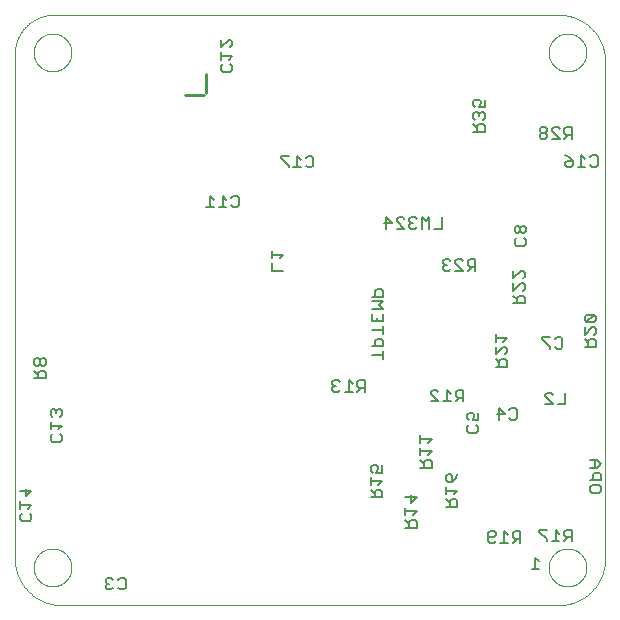
<source format=gbo>
G75*
%MOIN*%
%OFA0B0*%
%FSLAX25Y25*%
%IPPOS*%
%LPD*%
%AMOC8*
5,1,8,0,0,1.08239X$1,22.5*
%
%ADD10C,0.00000*%
%ADD11C,0.01000*%
%ADD12C,0.00700*%
D10*
X0007977Y0017548D02*
X0007977Y0185550D01*
X0014277Y0186052D02*
X0014279Y0186210D01*
X0014285Y0186368D01*
X0014295Y0186526D01*
X0014309Y0186684D01*
X0014327Y0186841D01*
X0014348Y0186998D01*
X0014374Y0187154D01*
X0014404Y0187310D01*
X0014437Y0187465D01*
X0014475Y0187618D01*
X0014516Y0187771D01*
X0014561Y0187923D01*
X0014610Y0188074D01*
X0014663Y0188223D01*
X0014719Y0188371D01*
X0014779Y0188517D01*
X0014843Y0188662D01*
X0014911Y0188805D01*
X0014982Y0188947D01*
X0015056Y0189087D01*
X0015134Y0189224D01*
X0015216Y0189360D01*
X0015300Y0189494D01*
X0015389Y0189625D01*
X0015480Y0189754D01*
X0015575Y0189881D01*
X0015672Y0190006D01*
X0015773Y0190128D01*
X0015877Y0190247D01*
X0015984Y0190364D01*
X0016094Y0190478D01*
X0016207Y0190589D01*
X0016322Y0190698D01*
X0016440Y0190803D01*
X0016561Y0190905D01*
X0016684Y0191005D01*
X0016810Y0191101D01*
X0016938Y0191194D01*
X0017068Y0191284D01*
X0017201Y0191370D01*
X0017336Y0191454D01*
X0017472Y0191533D01*
X0017611Y0191610D01*
X0017752Y0191682D01*
X0017894Y0191752D01*
X0018038Y0191817D01*
X0018184Y0191879D01*
X0018331Y0191937D01*
X0018480Y0191992D01*
X0018630Y0192043D01*
X0018781Y0192090D01*
X0018933Y0192133D01*
X0019086Y0192172D01*
X0019241Y0192208D01*
X0019396Y0192239D01*
X0019552Y0192267D01*
X0019708Y0192291D01*
X0019865Y0192311D01*
X0020023Y0192327D01*
X0020180Y0192339D01*
X0020339Y0192347D01*
X0020497Y0192351D01*
X0020655Y0192351D01*
X0020813Y0192347D01*
X0020972Y0192339D01*
X0021129Y0192327D01*
X0021287Y0192311D01*
X0021444Y0192291D01*
X0021600Y0192267D01*
X0021756Y0192239D01*
X0021911Y0192208D01*
X0022066Y0192172D01*
X0022219Y0192133D01*
X0022371Y0192090D01*
X0022522Y0192043D01*
X0022672Y0191992D01*
X0022821Y0191937D01*
X0022968Y0191879D01*
X0023114Y0191817D01*
X0023258Y0191752D01*
X0023400Y0191682D01*
X0023541Y0191610D01*
X0023680Y0191533D01*
X0023816Y0191454D01*
X0023951Y0191370D01*
X0024084Y0191284D01*
X0024214Y0191194D01*
X0024342Y0191101D01*
X0024468Y0191005D01*
X0024591Y0190905D01*
X0024712Y0190803D01*
X0024830Y0190698D01*
X0024945Y0190589D01*
X0025058Y0190478D01*
X0025168Y0190364D01*
X0025275Y0190247D01*
X0025379Y0190128D01*
X0025480Y0190006D01*
X0025577Y0189881D01*
X0025672Y0189754D01*
X0025763Y0189625D01*
X0025852Y0189494D01*
X0025936Y0189360D01*
X0026018Y0189224D01*
X0026096Y0189087D01*
X0026170Y0188947D01*
X0026241Y0188805D01*
X0026309Y0188662D01*
X0026373Y0188517D01*
X0026433Y0188371D01*
X0026489Y0188223D01*
X0026542Y0188074D01*
X0026591Y0187923D01*
X0026636Y0187771D01*
X0026677Y0187618D01*
X0026715Y0187465D01*
X0026748Y0187310D01*
X0026778Y0187154D01*
X0026804Y0186998D01*
X0026825Y0186841D01*
X0026843Y0186684D01*
X0026857Y0186526D01*
X0026867Y0186368D01*
X0026873Y0186210D01*
X0026875Y0186052D01*
X0026873Y0185894D01*
X0026867Y0185736D01*
X0026857Y0185578D01*
X0026843Y0185420D01*
X0026825Y0185263D01*
X0026804Y0185106D01*
X0026778Y0184950D01*
X0026748Y0184794D01*
X0026715Y0184639D01*
X0026677Y0184486D01*
X0026636Y0184333D01*
X0026591Y0184181D01*
X0026542Y0184030D01*
X0026489Y0183881D01*
X0026433Y0183733D01*
X0026373Y0183587D01*
X0026309Y0183442D01*
X0026241Y0183299D01*
X0026170Y0183157D01*
X0026096Y0183017D01*
X0026018Y0182880D01*
X0025936Y0182744D01*
X0025852Y0182610D01*
X0025763Y0182479D01*
X0025672Y0182350D01*
X0025577Y0182223D01*
X0025480Y0182098D01*
X0025379Y0181976D01*
X0025275Y0181857D01*
X0025168Y0181740D01*
X0025058Y0181626D01*
X0024945Y0181515D01*
X0024830Y0181406D01*
X0024712Y0181301D01*
X0024591Y0181199D01*
X0024468Y0181099D01*
X0024342Y0181003D01*
X0024214Y0180910D01*
X0024084Y0180820D01*
X0023951Y0180734D01*
X0023816Y0180650D01*
X0023680Y0180571D01*
X0023541Y0180494D01*
X0023400Y0180422D01*
X0023258Y0180352D01*
X0023114Y0180287D01*
X0022968Y0180225D01*
X0022821Y0180167D01*
X0022672Y0180112D01*
X0022522Y0180061D01*
X0022371Y0180014D01*
X0022219Y0179971D01*
X0022066Y0179932D01*
X0021911Y0179896D01*
X0021756Y0179865D01*
X0021600Y0179837D01*
X0021444Y0179813D01*
X0021287Y0179793D01*
X0021129Y0179777D01*
X0020972Y0179765D01*
X0020813Y0179757D01*
X0020655Y0179753D01*
X0020497Y0179753D01*
X0020339Y0179757D01*
X0020180Y0179765D01*
X0020023Y0179777D01*
X0019865Y0179793D01*
X0019708Y0179813D01*
X0019552Y0179837D01*
X0019396Y0179865D01*
X0019241Y0179896D01*
X0019086Y0179932D01*
X0018933Y0179971D01*
X0018781Y0180014D01*
X0018630Y0180061D01*
X0018480Y0180112D01*
X0018331Y0180167D01*
X0018184Y0180225D01*
X0018038Y0180287D01*
X0017894Y0180352D01*
X0017752Y0180422D01*
X0017611Y0180494D01*
X0017472Y0180571D01*
X0017336Y0180650D01*
X0017201Y0180734D01*
X0017068Y0180820D01*
X0016938Y0180910D01*
X0016810Y0181003D01*
X0016684Y0181099D01*
X0016561Y0181199D01*
X0016440Y0181301D01*
X0016322Y0181406D01*
X0016207Y0181515D01*
X0016094Y0181626D01*
X0015984Y0181740D01*
X0015877Y0181857D01*
X0015773Y0181976D01*
X0015672Y0182098D01*
X0015575Y0182223D01*
X0015480Y0182350D01*
X0015389Y0182479D01*
X0015300Y0182610D01*
X0015216Y0182744D01*
X0015134Y0182880D01*
X0015056Y0183017D01*
X0014982Y0183157D01*
X0014911Y0183299D01*
X0014843Y0183442D01*
X0014779Y0183587D01*
X0014719Y0183733D01*
X0014663Y0183881D01*
X0014610Y0184030D01*
X0014561Y0184181D01*
X0014516Y0184333D01*
X0014475Y0184486D01*
X0014437Y0184639D01*
X0014404Y0184794D01*
X0014374Y0184950D01*
X0014348Y0185106D01*
X0014327Y0185263D01*
X0014309Y0185420D01*
X0014295Y0185578D01*
X0014285Y0185736D01*
X0014279Y0185894D01*
X0014277Y0186052D01*
X0007978Y0185550D02*
X0007982Y0185867D01*
X0007993Y0186183D01*
X0008012Y0186499D01*
X0008039Y0186814D01*
X0008074Y0187129D01*
X0008115Y0187443D01*
X0008165Y0187755D01*
X0008222Y0188067D01*
X0008287Y0188377D01*
X0008359Y0188685D01*
X0008438Y0188991D01*
X0008525Y0189296D01*
X0008619Y0189598D01*
X0008721Y0189898D01*
X0008829Y0190195D01*
X0008945Y0190490D01*
X0009068Y0190782D01*
X0009198Y0191070D01*
X0009335Y0191356D01*
X0009479Y0191638D01*
X0009629Y0191916D01*
X0009786Y0192191D01*
X0009950Y0192462D01*
X0010120Y0192729D01*
X0010297Y0192992D01*
X0010480Y0193250D01*
X0010669Y0193504D01*
X0010864Y0193753D01*
X0011065Y0193997D01*
X0011273Y0194237D01*
X0011485Y0194471D01*
X0011704Y0194700D01*
X0011928Y0194924D01*
X0012157Y0195143D01*
X0012391Y0195355D01*
X0012631Y0195563D01*
X0012875Y0195764D01*
X0013124Y0195959D01*
X0013378Y0196148D01*
X0013636Y0196331D01*
X0013899Y0196508D01*
X0014166Y0196678D01*
X0014437Y0196842D01*
X0014712Y0196999D01*
X0014990Y0197149D01*
X0015272Y0197293D01*
X0015558Y0197430D01*
X0015846Y0197560D01*
X0016138Y0197683D01*
X0016433Y0197799D01*
X0016730Y0197907D01*
X0017030Y0198009D01*
X0017332Y0198103D01*
X0017637Y0198190D01*
X0017943Y0198269D01*
X0018251Y0198341D01*
X0018561Y0198406D01*
X0018873Y0198463D01*
X0019185Y0198513D01*
X0019499Y0198554D01*
X0019814Y0198589D01*
X0020129Y0198616D01*
X0020445Y0198635D01*
X0020761Y0198646D01*
X0021078Y0198650D01*
X0189080Y0198650D01*
X0185930Y0186052D02*
X0185932Y0186210D01*
X0185938Y0186368D01*
X0185948Y0186526D01*
X0185962Y0186684D01*
X0185980Y0186841D01*
X0186001Y0186998D01*
X0186027Y0187154D01*
X0186057Y0187310D01*
X0186090Y0187465D01*
X0186128Y0187618D01*
X0186169Y0187771D01*
X0186214Y0187923D01*
X0186263Y0188074D01*
X0186316Y0188223D01*
X0186372Y0188371D01*
X0186432Y0188517D01*
X0186496Y0188662D01*
X0186564Y0188805D01*
X0186635Y0188947D01*
X0186709Y0189087D01*
X0186787Y0189224D01*
X0186869Y0189360D01*
X0186953Y0189494D01*
X0187042Y0189625D01*
X0187133Y0189754D01*
X0187228Y0189881D01*
X0187325Y0190006D01*
X0187426Y0190128D01*
X0187530Y0190247D01*
X0187637Y0190364D01*
X0187747Y0190478D01*
X0187860Y0190589D01*
X0187975Y0190698D01*
X0188093Y0190803D01*
X0188214Y0190905D01*
X0188337Y0191005D01*
X0188463Y0191101D01*
X0188591Y0191194D01*
X0188721Y0191284D01*
X0188854Y0191370D01*
X0188989Y0191454D01*
X0189125Y0191533D01*
X0189264Y0191610D01*
X0189405Y0191682D01*
X0189547Y0191752D01*
X0189691Y0191817D01*
X0189837Y0191879D01*
X0189984Y0191937D01*
X0190133Y0191992D01*
X0190283Y0192043D01*
X0190434Y0192090D01*
X0190586Y0192133D01*
X0190739Y0192172D01*
X0190894Y0192208D01*
X0191049Y0192239D01*
X0191205Y0192267D01*
X0191361Y0192291D01*
X0191518Y0192311D01*
X0191676Y0192327D01*
X0191833Y0192339D01*
X0191992Y0192347D01*
X0192150Y0192351D01*
X0192308Y0192351D01*
X0192466Y0192347D01*
X0192625Y0192339D01*
X0192782Y0192327D01*
X0192940Y0192311D01*
X0193097Y0192291D01*
X0193253Y0192267D01*
X0193409Y0192239D01*
X0193564Y0192208D01*
X0193719Y0192172D01*
X0193872Y0192133D01*
X0194024Y0192090D01*
X0194175Y0192043D01*
X0194325Y0191992D01*
X0194474Y0191937D01*
X0194621Y0191879D01*
X0194767Y0191817D01*
X0194911Y0191752D01*
X0195053Y0191682D01*
X0195194Y0191610D01*
X0195333Y0191533D01*
X0195469Y0191454D01*
X0195604Y0191370D01*
X0195737Y0191284D01*
X0195867Y0191194D01*
X0195995Y0191101D01*
X0196121Y0191005D01*
X0196244Y0190905D01*
X0196365Y0190803D01*
X0196483Y0190698D01*
X0196598Y0190589D01*
X0196711Y0190478D01*
X0196821Y0190364D01*
X0196928Y0190247D01*
X0197032Y0190128D01*
X0197133Y0190006D01*
X0197230Y0189881D01*
X0197325Y0189754D01*
X0197416Y0189625D01*
X0197505Y0189494D01*
X0197589Y0189360D01*
X0197671Y0189224D01*
X0197749Y0189087D01*
X0197823Y0188947D01*
X0197894Y0188805D01*
X0197962Y0188662D01*
X0198026Y0188517D01*
X0198086Y0188371D01*
X0198142Y0188223D01*
X0198195Y0188074D01*
X0198244Y0187923D01*
X0198289Y0187771D01*
X0198330Y0187618D01*
X0198368Y0187465D01*
X0198401Y0187310D01*
X0198431Y0187154D01*
X0198457Y0186998D01*
X0198478Y0186841D01*
X0198496Y0186684D01*
X0198510Y0186526D01*
X0198520Y0186368D01*
X0198526Y0186210D01*
X0198528Y0186052D01*
X0198526Y0185894D01*
X0198520Y0185736D01*
X0198510Y0185578D01*
X0198496Y0185420D01*
X0198478Y0185263D01*
X0198457Y0185106D01*
X0198431Y0184950D01*
X0198401Y0184794D01*
X0198368Y0184639D01*
X0198330Y0184486D01*
X0198289Y0184333D01*
X0198244Y0184181D01*
X0198195Y0184030D01*
X0198142Y0183881D01*
X0198086Y0183733D01*
X0198026Y0183587D01*
X0197962Y0183442D01*
X0197894Y0183299D01*
X0197823Y0183157D01*
X0197749Y0183017D01*
X0197671Y0182880D01*
X0197589Y0182744D01*
X0197505Y0182610D01*
X0197416Y0182479D01*
X0197325Y0182350D01*
X0197230Y0182223D01*
X0197133Y0182098D01*
X0197032Y0181976D01*
X0196928Y0181857D01*
X0196821Y0181740D01*
X0196711Y0181626D01*
X0196598Y0181515D01*
X0196483Y0181406D01*
X0196365Y0181301D01*
X0196244Y0181199D01*
X0196121Y0181099D01*
X0195995Y0181003D01*
X0195867Y0180910D01*
X0195737Y0180820D01*
X0195604Y0180734D01*
X0195469Y0180650D01*
X0195333Y0180571D01*
X0195194Y0180494D01*
X0195053Y0180422D01*
X0194911Y0180352D01*
X0194767Y0180287D01*
X0194621Y0180225D01*
X0194474Y0180167D01*
X0194325Y0180112D01*
X0194175Y0180061D01*
X0194024Y0180014D01*
X0193872Y0179971D01*
X0193719Y0179932D01*
X0193564Y0179896D01*
X0193409Y0179865D01*
X0193253Y0179837D01*
X0193097Y0179813D01*
X0192940Y0179793D01*
X0192782Y0179777D01*
X0192625Y0179765D01*
X0192466Y0179757D01*
X0192308Y0179753D01*
X0192150Y0179753D01*
X0191992Y0179757D01*
X0191833Y0179765D01*
X0191676Y0179777D01*
X0191518Y0179793D01*
X0191361Y0179813D01*
X0191205Y0179837D01*
X0191049Y0179865D01*
X0190894Y0179896D01*
X0190739Y0179932D01*
X0190586Y0179971D01*
X0190434Y0180014D01*
X0190283Y0180061D01*
X0190133Y0180112D01*
X0189984Y0180167D01*
X0189837Y0180225D01*
X0189691Y0180287D01*
X0189547Y0180352D01*
X0189405Y0180422D01*
X0189264Y0180494D01*
X0189125Y0180571D01*
X0188989Y0180650D01*
X0188854Y0180734D01*
X0188721Y0180820D01*
X0188591Y0180910D01*
X0188463Y0181003D01*
X0188337Y0181099D01*
X0188214Y0181199D01*
X0188093Y0181301D01*
X0187975Y0181406D01*
X0187860Y0181515D01*
X0187747Y0181626D01*
X0187637Y0181740D01*
X0187530Y0181857D01*
X0187426Y0181976D01*
X0187325Y0182098D01*
X0187228Y0182223D01*
X0187133Y0182350D01*
X0187042Y0182479D01*
X0186953Y0182610D01*
X0186869Y0182744D01*
X0186787Y0182880D01*
X0186709Y0183017D01*
X0186635Y0183157D01*
X0186564Y0183299D01*
X0186496Y0183442D01*
X0186432Y0183587D01*
X0186372Y0183733D01*
X0186316Y0183881D01*
X0186263Y0184030D01*
X0186214Y0184181D01*
X0186169Y0184333D01*
X0186128Y0184486D01*
X0186090Y0184639D01*
X0186057Y0184794D01*
X0186027Y0184950D01*
X0186001Y0185106D01*
X0185980Y0185263D01*
X0185962Y0185420D01*
X0185948Y0185578D01*
X0185938Y0185736D01*
X0185932Y0185894D01*
X0185930Y0186052D01*
X0189080Y0198650D02*
X0189461Y0198645D01*
X0189841Y0198632D01*
X0190221Y0198609D01*
X0190600Y0198576D01*
X0190978Y0198535D01*
X0191355Y0198485D01*
X0191731Y0198425D01*
X0192106Y0198357D01*
X0192478Y0198279D01*
X0192849Y0198192D01*
X0193217Y0198097D01*
X0193583Y0197992D01*
X0193946Y0197879D01*
X0194307Y0197757D01*
X0194664Y0197627D01*
X0195018Y0197487D01*
X0195369Y0197340D01*
X0195716Y0197183D01*
X0196059Y0197019D01*
X0196398Y0196846D01*
X0196733Y0196665D01*
X0197064Y0196476D01*
X0197389Y0196279D01*
X0197710Y0196075D01*
X0198026Y0195862D01*
X0198336Y0195642D01*
X0198642Y0195415D01*
X0198941Y0195180D01*
X0199235Y0194938D01*
X0199523Y0194690D01*
X0199805Y0194434D01*
X0200080Y0194171D01*
X0200349Y0193902D01*
X0200612Y0193627D01*
X0200868Y0193345D01*
X0201116Y0193057D01*
X0201358Y0192763D01*
X0201593Y0192464D01*
X0201820Y0192158D01*
X0202040Y0191848D01*
X0202253Y0191532D01*
X0202457Y0191211D01*
X0202654Y0190886D01*
X0202843Y0190555D01*
X0203024Y0190220D01*
X0203197Y0189881D01*
X0203361Y0189538D01*
X0203518Y0189191D01*
X0203665Y0188840D01*
X0203805Y0188486D01*
X0203935Y0188129D01*
X0204057Y0187768D01*
X0204170Y0187405D01*
X0204275Y0187039D01*
X0204370Y0186671D01*
X0204457Y0186300D01*
X0204535Y0185928D01*
X0204603Y0185553D01*
X0204663Y0185177D01*
X0204713Y0184800D01*
X0204754Y0184422D01*
X0204787Y0184043D01*
X0204810Y0183663D01*
X0204823Y0183283D01*
X0204828Y0182902D01*
X0204828Y0017548D01*
X0185930Y0014398D02*
X0185932Y0014556D01*
X0185938Y0014714D01*
X0185948Y0014872D01*
X0185962Y0015030D01*
X0185980Y0015187D01*
X0186001Y0015344D01*
X0186027Y0015500D01*
X0186057Y0015656D01*
X0186090Y0015811D01*
X0186128Y0015964D01*
X0186169Y0016117D01*
X0186214Y0016269D01*
X0186263Y0016420D01*
X0186316Y0016569D01*
X0186372Y0016717D01*
X0186432Y0016863D01*
X0186496Y0017008D01*
X0186564Y0017151D01*
X0186635Y0017293D01*
X0186709Y0017433D01*
X0186787Y0017570D01*
X0186869Y0017706D01*
X0186953Y0017840D01*
X0187042Y0017971D01*
X0187133Y0018100D01*
X0187228Y0018227D01*
X0187325Y0018352D01*
X0187426Y0018474D01*
X0187530Y0018593D01*
X0187637Y0018710D01*
X0187747Y0018824D01*
X0187860Y0018935D01*
X0187975Y0019044D01*
X0188093Y0019149D01*
X0188214Y0019251D01*
X0188337Y0019351D01*
X0188463Y0019447D01*
X0188591Y0019540D01*
X0188721Y0019630D01*
X0188854Y0019716D01*
X0188989Y0019800D01*
X0189125Y0019879D01*
X0189264Y0019956D01*
X0189405Y0020028D01*
X0189547Y0020098D01*
X0189691Y0020163D01*
X0189837Y0020225D01*
X0189984Y0020283D01*
X0190133Y0020338D01*
X0190283Y0020389D01*
X0190434Y0020436D01*
X0190586Y0020479D01*
X0190739Y0020518D01*
X0190894Y0020554D01*
X0191049Y0020585D01*
X0191205Y0020613D01*
X0191361Y0020637D01*
X0191518Y0020657D01*
X0191676Y0020673D01*
X0191833Y0020685D01*
X0191992Y0020693D01*
X0192150Y0020697D01*
X0192308Y0020697D01*
X0192466Y0020693D01*
X0192625Y0020685D01*
X0192782Y0020673D01*
X0192940Y0020657D01*
X0193097Y0020637D01*
X0193253Y0020613D01*
X0193409Y0020585D01*
X0193564Y0020554D01*
X0193719Y0020518D01*
X0193872Y0020479D01*
X0194024Y0020436D01*
X0194175Y0020389D01*
X0194325Y0020338D01*
X0194474Y0020283D01*
X0194621Y0020225D01*
X0194767Y0020163D01*
X0194911Y0020098D01*
X0195053Y0020028D01*
X0195194Y0019956D01*
X0195333Y0019879D01*
X0195469Y0019800D01*
X0195604Y0019716D01*
X0195737Y0019630D01*
X0195867Y0019540D01*
X0195995Y0019447D01*
X0196121Y0019351D01*
X0196244Y0019251D01*
X0196365Y0019149D01*
X0196483Y0019044D01*
X0196598Y0018935D01*
X0196711Y0018824D01*
X0196821Y0018710D01*
X0196928Y0018593D01*
X0197032Y0018474D01*
X0197133Y0018352D01*
X0197230Y0018227D01*
X0197325Y0018100D01*
X0197416Y0017971D01*
X0197505Y0017840D01*
X0197589Y0017706D01*
X0197671Y0017570D01*
X0197749Y0017433D01*
X0197823Y0017293D01*
X0197894Y0017151D01*
X0197962Y0017008D01*
X0198026Y0016863D01*
X0198086Y0016717D01*
X0198142Y0016569D01*
X0198195Y0016420D01*
X0198244Y0016269D01*
X0198289Y0016117D01*
X0198330Y0015964D01*
X0198368Y0015811D01*
X0198401Y0015656D01*
X0198431Y0015500D01*
X0198457Y0015344D01*
X0198478Y0015187D01*
X0198496Y0015030D01*
X0198510Y0014872D01*
X0198520Y0014714D01*
X0198526Y0014556D01*
X0198528Y0014398D01*
X0198526Y0014240D01*
X0198520Y0014082D01*
X0198510Y0013924D01*
X0198496Y0013766D01*
X0198478Y0013609D01*
X0198457Y0013452D01*
X0198431Y0013296D01*
X0198401Y0013140D01*
X0198368Y0012985D01*
X0198330Y0012832D01*
X0198289Y0012679D01*
X0198244Y0012527D01*
X0198195Y0012376D01*
X0198142Y0012227D01*
X0198086Y0012079D01*
X0198026Y0011933D01*
X0197962Y0011788D01*
X0197894Y0011645D01*
X0197823Y0011503D01*
X0197749Y0011363D01*
X0197671Y0011226D01*
X0197589Y0011090D01*
X0197505Y0010956D01*
X0197416Y0010825D01*
X0197325Y0010696D01*
X0197230Y0010569D01*
X0197133Y0010444D01*
X0197032Y0010322D01*
X0196928Y0010203D01*
X0196821Y0010086D01*
X0196711Y0009972D01*
X0196598Y0009861D01*
X0196483Y0009752D01*
X0196365Y0009647D01*
X0196244Y0009545D01*
X0196121Y0009445D01*
X0195995Y0009349D01*
X0195867Y0009256D01*
X0195737Y0009166D01*
X0195604Y0009080D01*
X0195469Y0008996D01*
X0195333Y0008917D01*
X0195194Y0008840D01*
X0195053Y0008768D01*
X0194911Y0008698D01*
X0194767Y0008633D01*
X0194621Y0008571D01*
X0194474Y0008513D01*
X0194325Y0008458D01*
X0194175Y0008407D01*
X0194024Y0008360D01*
X0193872Y0008317D01*
X0193719Y0008278D01*
X0193564Y0008242D01*
X0193409Y0008211D01*
X0193253Y0008183D01*
X0193097Y0008159D01*
X0192940Y0008139D01*
X0192782Y0008123D01*
X0192625Y0008111D01*
X0192466Y0008103D01*
X0192308Y0008099D01*
X0192150Y0008099D01*
X0191992Y0008103D01*
X0191833Y0008111D01*
X0191676Y0008123D01*
X0191518Y0008139D01*
X0191361Y0008159D01*
X0191205Y0008183D01*
X0191049Y0008211D01*
X0190894Y0008242D01*
X0190739Y0008278D01*
X0190586Y0008317D01*
X0190434Y0008360D01*
X0190283Y0008407D01*
X0190133Y0008458D01*
X0189984Y0008513D01*
X0189837Y0008571D01*
X0189691Y0008633D01*
X0189547Y0008698D01*
X0189405Y0008768D01*
X0189264Y0008840D01*
X0189125Y0008917D01*
X0188989Y0008996D01*
X0188854Y0009080D01*
X0188721Y0009166D01*
X0188591Y0009256D01*
X0188463Y0009349D01*
X0188337Y0009445D01*
X0188214Y0009545D01*
X0188093Y0009647D01*
X0187975Y0009752D01*
X0187860Y0009861D01*
X0187747Y0009972D01*
X0187637Y0010086D01*
X0187530Y0010203D01*
X0187426Y0010322D01*
X0187325Y0010444D01*
X0187228Y0010569D01*
X0187133Y0010696D01*
X0187042Y0010825D01*
X0186953Y0010956D01*
X0186869Y0011090D01*
X0186787Y0011226D01*
X0186709Y0011363D01*
X0186635Y0011503D01*
X0186564Y0011645D01*
X0186496Y0011788D01*
X0186432Y0011933D01*
X0186372Y0012079D01*
X0186316Y0012227D01*
X0186263Y0012376D01*
X0186214Y0012527D01*
X0186169Y0012679D01*
X0186128Y0012832D01*
X0186090Y0012985D01*
X0186057Y0013140D01*
X0186027Y0013296D01*
X0186001Y0013452D01*
X0185980Y0013609D01*
X0185962Y0013766D01*
X0185948Y0013924D01*
X0185938Y0014082D01*
X0185932Y0014240D01*
X0185930Y0014398D01*
X0189080Y0001800D02*
X0189461Y0001805D01*
X0189841Y0001818D01*
X0190221Y0001841D01*
X0190600Y0001874D01*
X0190978Y0001915D01*
X0191355Y0001965D01*
X0191731Y0002025D01*
X0192106Y0002093D01*
X0192478Y0002171D01*
X0192849Y0002258D01*
X0193217Y0002353D01*
X0193583Y0002458D01*
X0193946Y0002571D01*
X0194307Y0002693D01*
X0194664Y0002823D01*
X0195018Y0002963D01*
X0195369Y0003110D01*
X0195716Y0003267D01*
X0196059Y0003431D01*
X0196398Y0003604D01*
X0196733Y0003785D01*
X0197064Y0003974D01*
X0197389Y0004171D01*
X0197710Y0004375D01*
X0198026Y0004588D01*
X0198336Y0004808D01*
X0198642Y0005035D01*
X0198941Y0005270D01*
X0199235Y0005512D01*
X0199523Y0005760D01*
X0199805Y0006016D01*
X0200080Y0006279D01*
X0200349Y0006548D01*
X0200612Y0006823D01*
X0200868Y0007105D01*
X0201116Y0007393D01*
X0201358Y0007687D01*
X0201593Y0007986D01*
X0201820Y0008292D01*
X0202040Y0008602D01*
X0202253Y0008918D01*
X0202457Y0009239D01*
X0202654Y0009564D01*
X0202843Y0009895D01*
X0203024Y0010230D01*
X0203197Y0010569D01*
X0203361Y0010912D01*
X0203518Y0011259D01*
X0203665Y0011610D01*
X0203805Y0011964D01*
X0203935Y0012321D01*
X0204057Y0012682D01*
X0204170Y0013045D01*
X0204275Y0013411D01*
X0204370Y0013779D01*
X0204457Y0014150D01*
X0204535Y0014522D01*
X0204603Y0014897D01*
X0204663Y0015273D01*
X0204713Y0015650D01*
X0204754Y0016028D01*
X0204787Y0016407D01*
X0204810Y0016787D01*
X0204823Y0017167D01*
X0204828Y0017548D01*
X0189080Y0001800D02*
X0023725Y0001800D01*
X0014277Y0014398D02*
X0014279Y0014556D01*
X0014285Y0014714D01*
X0014295Y0014872D01*
X0014309Y0015030D01*
X0014327Y0015187D01*
X0014348Y0015344D01*
X0014374Y0015500D01*
X0014404Y0015656D01*
X0014437Y0015811D01*
X0014475Y0015964D01*
X0014516Y0016117D01*
X0014561Y0016269D01*
X0014610Y0016420D01*
X0014663Y0016569D01*
X0014719Y0016717D01*
X0014779Y0016863D01*
X0014843Y0017008D01*
X0014911Y0017151D01*
X0014982Y0017293D01*
X0015056Y0017433D01*
X0015134Y0017570D01*
X0015216Y0017706D01*
X0015300Y0017840D01*
X0015389Y0017971D01*
X0015480Y0018100D01*
X0015575Y0018227D01*
X0015672Y0018352D01*
X0015773Y0018474D01*
X0015877Y0018593D01*
X0015984Y0018710D01*
X0016094Y0018824D01*
X0016207Y0018935D01*
X0016322Y0019044D01*
X0016440Y0019149D01*
X0016561Y0019251D01*
X0016684Y0019351D01*
X0016810Y0019447D01*
X0016938Y0019540D01*
X0017068Y0019630D01*
X0017201Y0019716D01*
X0017336Y0019800D01*
X0017472Y0019879D01*
X0017611Y0019956D01*
X0017752Y0020028D01*
X0017894Y0020098D01*
X0018038Y0020163D01*
X0018184Y0020225D01*
X0018331Y0020283D01*
X0018480Y0020338D01*
X0018630Y0020389D01*
X0018781Y0020436D01*
X0018933Y0020479D01*
X0019086Y0020518D01*
X0019241Y0020554D01*
X0019396Y0020585D01*
X0019552Y0020613D01*
X0019708Y0020637D01*
X0019865Y0020657D01*
X0020023Y0020673D01*
X0020180Y0020685D01*
X0020339Y0020693D01*
X0020497Y0020697D01*
X0020655Y0020697D01*
X0020813Y0020693D01*
X0020972Y0020685D01*
X0021129Y0020673D01*
X0021287Y0020657D01*
X0021444Y0020637D01*
X0021600Y0020613D01*
X0021756Y0020585D01*
X0021911Y0020554D01*
X0022066Y0020518D01*
X0022219Y0020479D01*
X0022371Y0020436D01*
X0022522Y0020389D01*
X0022672Y0020338D01*
X0022821Y0020283D01*
X0022968Y0020225D01*
X0023114Y0020163D01*
X0023258Y0020098D01*
X0023400Y0020028D01*
X0023541Y0019956D01*
X0023680Y0019879D01*
X0023816Y0019800D01*
X0023951Y0019716D01*
X0024084Y0019630D01*
X0024214Y0019540D01*
X0024342Y0019447D01*
X0024468Y0019351D01*
X0024591Y0019251D01*
X0024712Y0019149D01*
X0024830Y0019044D01*
X0024945Y0018935D01*
X0025058Y0018824D01*
X0025168Y0018710D01*
X0025275Y0018593D01*
X0025379Y0018474D01*
X0025480Y0018352D01*
X0025577Y0018227D01*
X0025672Y0018100D01*
X0025763Y0017971D01*
X0025852Y0017840D01*
X0025936Y0017706D01*
X0026018Y0017570D01*
X0026096Y0017433D01*
X0026170Y0017293D01*
X0026241Y0017151D01*
X0026309Y0017008D01*
X0026373Y0016863D01*
X0026433Y0016717D01*
X0026489Y0016569D01*
X0026542Y0016420D01*
X0026591Y0016269D01*
X0026636Y0016117D01*
X0026677Y0015964D01*
X0026715Y0015811D01*
X0026748Y0015656D01*
X0026778Y0015500D01*
X0026804Y0015344D01*
X0026825Y0015187D01*
X0026843Y0015030D01*
X0026857Y0014872D01*
X0026867Y0014714D01*
X0026873Y0014556D01*
X0026875Y0014398D01*
X0026873Y0014240D01*
X0026867Y0014082D01*
X0026857Y0013924D01*
X0026843Y0013766D01*
X0026825Y0013609D01*
X0026804Y0013452D01*
X0026778Y0013296D01*
X0026748Y0013140D01*
X0026715Y0012985D01*
X0026677Y0012832D01*
X0026636Y0012679D01*
X0026591Y0012527D01*
X0026542Y0012376D01*
X0026489Y0012227D01*
X0026433Y0012079D01*
X0026373Y0011933D01*
X0026309Y0011788D01*
X0026241Y0011645D01*
X0026170Y0011503D01*
X0026096Y0011363D01*
X0026018Y0011226D01*
X0025936Y0011090D01*
X0025852Y0010956D01*
X0025763Y0010825D01*
X0025672Y0010696D01*
X0025577Y0010569D01*
X0025480Y0010444D01*
X0025379Y0010322D01*
X0025275Y0010203D01*
X0025168Y0010086D01*
X0025058Y0009972D01*
X0024945Y0009861D01*
X0024830Y0009752D01*
X0024712Y0009647D01*
X0024591Y0009545D01*
X0024468Y0009445D01*
X0024342Y0009349D01*
X0024214Y0009256D01*
X0024084Y0009166D01*
X0023951Y0009080D01*
X0023816Y0008996D01*
X0023680Y0008917D01*
X0023541Y0008840D01*
X0023400Y0008768D01*
X0023258Y0008698D01*
X0023114Y0008633D01*
X0022968Y0008571D01*
X0022821Y0008513D01*
X0022672Y0008458D01*
X0022522Y0008407D01*
X0022371Y0008360D01*
X0022219Y0008317D01*
X0022066Y0008278D01*
X0021911Y0008242D01*
X0021756Y0008211D01*
X0021600Y0008183D01*
X0021444Y0008159D01*
X0021287Y0008139D01*
X0021129Y0008123D01*
X0020972Y0008111D01*
X0020813Y0008103D01*
X0020655Y0008099D01*
X0020497Y0008099D01*
X0020339Y0008103D01*
X0020180Y0008111D01*
X0020023Y0008123D01*
X0019865Y0008139D01*
X0019708Y0008159D01*
X0019552Y0008183D01*
X0019396Y0008211D01*
X0019241Y0008242D01*
X0019086Y0008278D01*
X0018933Y0008317D01*
X0018781Y0008360D01*
X0018630Y0008407D01*
X0018480Y0008458D01*
X0018331Y0008513D01*
X0018184Y0008571D01*
X0018038Y0008633D01*
X0017894Y0008698D01*
X0017752Y0008768D01*
X0017611Y0008840D01*
X0017472Y0008917D01*
X0017336Y0008996D01*
X0017201Y0009080D01*
X0017068Y0009166D01*
X0016938Y0009256D01*
X0016810Y0009349D01*
X0016684Y0009445D01*
X0016561Y0009545D01*
X0016440Y0009647D01*
X0016322Y0009752D01*
X0016207Y0009861D01*
X0016094Y0009972D01*
X0015984Y0010086D01*
X0015877Y0010203D01*
X0015773Y0010322D01*
X0015672Y0010444D01*
X0015575Y0010569D01*
X0015480Y0010696D01*
X0015389Y0010825D01*
X0015300Y0010956D01*
X0015216Y0011090D01*
X0015134Y0011226D01*
X0015056Y0011363D01*
X0014982Y0011503D01*
X0014911Y0011645D01*
X0014843Y0011788D01*
X0014779Y0011933D01*
X0014719Y0012079D01*
X0014663Y0012227D01*
X0014610Y0012376D01*
X0014561Y0012527D01*
X0014516Y0012679D01*
X0014475Y0012832D01*
X0014437Y0012985D01*
X0014404Y0013140D01*
X0014374Y0013296D01*
X0014348Y0013452D01*
X0014327Y0013609D01*
X0014309Y0013766D01*
X0014295Y0013924D01*
X0014285Y0014082D01*
X0014279Y0014240D01*
X0014277Y0014398D01*
X0007977Y0017548D02*
X0007982Y0017167D01*
X0007995Y0016787D01*
X0008018Y0016407D01*
X0008051Y0016028D01*
X0008092Y0015650D01*
X0008142Y0015273D01*
X0008202Y0014897D01*
X0008270Y0014522D01*
X0008348Y0014150D01*
X0008435Y0013779D01*
X0008530Y0013411D01*
X0008635Y0013045D01*
X0008748Y0012682D01*
X0008870Y0012321D01*
X0009000Y0011964D01*
X0009140Y0011610D01*
X0009287Y0011259D01*
X0009444Y0010912D01*
X0009608Y0010569D01*
X0009781Y0010230D01*
X0009962Y0009895D01*
X0010151Y0009564D01*
X0010348Y0009239D01*
X0010552Y0008918D01*
X0010765Y0008602D01*
X0010985Y0008292D01*
X0011212Y0007986D01*
X0011447Y0007687D01*
X0011689Y0007393D01*
X0011937Y0007105D01*
X0012193Y0006823D01*
X0012456Y0006548D01*
X0012725Y0006279D01*
X0013000Y0006016D01*
X0013282Y0005760D01*
X0013570Y0005512D01*
X0013864Y0005270D01*
X0014163Y0005035D01*
X0014469Y0004808D01*
X0014779Y0004588D01*
X0015095Y0004375D01*
X0015416Y0004171D01*
X0015741Y0003974D01*
X0016072Y0003785D01*
X0016407Y0003604D01*
X0016746Y0003431D01*
X0017089Y0003267D01*
X0017436Y0003110D01*
X0017787Y0002963D01*
X0018141Y0002823D01*
X0018498Y0002693D01*
X0018859Y0002571D01*
X0019222Y0002458D01*
X0019588Y0002353D01*
X0019956Y0002258D01*
X0020327Y0002171D01*
X0020699Y0002093D01*
X0021074Y0002025D01*
X0021450Y0001965D01*
X0021827Y0001915D01*
X0022205Y0001874D01*
X0022584Y0001841D01*
X0022964Y0001818D01*
X0023344Y0001805D01*
X0023725Y0001800D01*
D11*
X0064690Y0171775D02*
X0071027Y0171775D01*
X0071840Y0172587D02*
X0071840Y0178925D01*
D12*
X0076715Y0180184D02*
X0076715Y0181452D01*
X0077349Y0182085D01*
X0076715Y0183694D02*
X0076715Y0186229D01*
X0076715Y0184961D02*
X0080518Y0184961D01*
X0079250Y0183694D01*
X0079884Y0182085D02*
X0080518Y0181452D01*
X0080518Y0180184D01*
X0079884Y0179550D01*
X0077349Y0179550D01*
X0076715Y0180184D01*
X0076715Y0187837D02*
X0079250Y0190373D01*
X0079884Y0190373D01*
X0080518Y0189739D01*
X0080518Y0188471D01*
X0079884Y0187837D01*
X0076715Y0187837D02*
X0076715Y0190373D01*
X0096698Y0151541D02*
X0096698Y0150907D01*
X0099233Y0148371D01*
X0099233Y0147738D01*
X0100841Y0147738D02*
X0103377Y0147738D01*
X0102109Y0147738D02*
X0102109Y0151541D01*
X0103377Y0150273D01*
X0104985Y0150907D02*
X0105619Y0151541D01*
X0106886Y0151541D01*
X0107520Y0150907D01*
X0107520Y0148371D01*
X0106886Y0147738D01*
X0105619Y0147738D01*
X0104985Y0148371D01*
X0099233Y0151541D02*
X0096698Y0151541D01*
X0082645Y0137632D02*
X0082645Y0135096D01*
X0082011Y0134463D01*
X0080744Y0134463D01*
X0080110Y0135096D01*
X0078502Y0134463D02*
X0075966Y0134463D01*
X0077234Y0134463D02*
X0077234Y0138266D01*
X0078502Y0136998D01*
X0080110Y0137632D02*
X0080744Y0138266D01*
X0082011Y0138266D01*
X0082645Y0137632D01*
X0074358Y0136998D02*
X0073090Y0138266D01*
X0073090Y0134463D01*
X0071823Y0134463D02*
X0074358Y0134463D01*
X0093727Y0119942D02*
X0093727Y0117406D01*
X0093727Y0118674D02*
X0097530Y0118674D01*
X0096263Y0117406D01*
X0093727Y0115798D02*
X0093727Y0113262D01*
X0097530Y0113262D01*
X0126890Y0104705D02*
X0130693Y0104705D01*
X0130693Y0106607D01*
X0130059Y0107241D01*
X0128791Y0107241D01*
X0128157Y0106607D01*
X0128157Y0104705D01*
X0126890Y0103097D02*
X0130693Y0103097D01*
X0129425Y0101829D01*
X0130693Y0100562D01*
X0126890Y0100562D01*
X0126890Y0098954D02*
X0126890Y0096418D01*
X0130693Y0096418D01*
X0130693Y0098954D01*
X0128791Y0097686D02*
X0128791Y0096418D01*
X0130693Y0094810D02*
X0130693Y0092275D01*
X0130693Y0093542D02*
X0126890Y0093542D01*
X0128791Y0090667D02*
X0128157Y0090033D01*
X0128157Y0088131D01*
X0126890Y0088131D02*
X0130693Y0088131D01*
X0130693Y0090033D01*
X0130059Y0090667D01*
X0128791Y0090667D01*
X0130693Y0086523D02*
X0130693Y0083988D01*
X0130693Y0085255D02*
X0126890Y0085255D01*
X0124702Y0076728D02*
X0122801Y0076728D01*
X0122167Y0076094D01*
X0122167Y0074827D01*
X0122801Y0074193D01*
X0124702Y0074193D01*
X0123434Y0074193D02*
X0122167Y0072925D01*
X0120559Y0072925D02*
X0118023Y0072925D01*
X0119291Y0072925D02*
X0119291Y0076728D01*
X0120559Y0075460D01*
X0116415Y0076094D02*
X0115781Y0076728D01*
X0114513Y0076728D01*
X0113880Y0076094D01*
X0113880Y0075460D01*
X0114513Y0074827D01*
X0113880Y0074193D01*
X0113880Y0073559D01*
X0114513Y0072925D01*
X0115781Y0072925D01*
X0116415Y0073559D01*
X0115147Y0074827D02*
X0114513Y0074827D01*
X0124702Y0076728D02*
X0124702Y0072925D01*
X0143140Y0058473D02*
X0143140Y0055937D01*
X0143140Y0057205D02*
X0146943Y0057205D01*
X0145675Y0055937D01*
X0143140Y0054329D02*
X0143140Y0051794D01*
X0143140Y0053061D02*
X0146943Y0053061D01*
X0145675Y0051794D01*
X0145041Y0050185D02*
X0144407Y0049552D01*
X0144407Y0047650D01*
X0143140Y0047650D02*
X0146943Y0047650D01*
X0146943Y0049552D01*
X0146309Y0050185D01*
X0145041Y0050185D01*
X0144407Y0048918D02*
X0143140Y0050185D01*
X0151740Y0044801D02*
X0151740Y0043533D01*
X0152374Y0042900D01*
X0153641Y0042900D01*
X0153641Y0044801D01*
X0153007Y0045435D01*
X0152374Y0045435D01*
X0151740Y0044801D01*
X0153641Y0042900D02*
X0154909Y0044167D01*
X0155543Y0045435D01*
X0151740Y0041292D02*
X0151740Y0038756D01*
X0151740Y0040024D02*
X0155543Y0040024D01*
X0154275Y0038756D01*
X0153641Y0037148D02*
X0153007Y0036514D01*
X0153007Y0034613D01*
X0153007Y0035880D02*
X0151740Y0037148D01*
X0153641Y0037148D02*
X0154909Y0037148D01*
X0155543Y0036514D01*
X0155543Y0034613D01*
X0151740Y0034613D01*
X0141930Y0033049D02*
X0138127Y0033049D01*
X0138127Y0031781D02*
X0138127Y0034317D01*
X0140029Y0035925D02*
X0140029Y0038460D01*
X0141930Y0037826D02*
X0140029Y0035925D01*
X0141930Y0037826D02*
X0138127Y0037826D01*
X0141930Y0033049D02*
X0140663Y0031781D01*
X0141297Y0030173D02*
X0140029Y0030173D01*
X0139395Y0029539D01*
X0139395Y0027637D01*
X0138127Y0027637D02*
X0141930Y0027637D01*
X0141930Y0029539D01*
X0141297Y0030173D01*
X0139395Y0028905D02*
X0138127Y0030173D01*
X0130430Y0037738D02*
X0130430Y0039639D01*
X0129797Y0040273D01*
X0128529Y0040273D01*
X0127895Y0039639D01*
X0127895Y0037738D01*
X0127895Y0039005D02*
X0126627Y0040273D01*
X0126627Y0041881D02*
X0126627Y0044417D01*
X0126627Y0043149D02*
X0130430Y0043149D01*
X0129163Y0041881D01*
X0128529Y0046025D02*
X0129163Y0047292D01*
X0129163Y0047926D01*
X0128529Y0048560D01*
X0127261Y0048560D01*
X0126627Y0047926D01*
X0126627Y0046658D01*
X0127261Y0046025D01*
X0128529Y0046025D02*
X0130430Y0046025D01*
X0130430Y0048560D01*
X0130430Y0037738D02*
X0126627Y0037738D01*
X0146648Y0069738D02*
X0149183Y0069738D01*
X0146648Y0072273D01*
X0146648Y0072907D01*
X0147282Y0073541D01*
X0148549Y0073541D01*
X0149183Y0072907D01*
X0152059Y0073541D02*
X0152059Y0069738D01*
X0153327Y0069738D02*
X0150791Y0069738D01*
X0153327Y0072273D02*
X0152059Y0073541D01*
X0154935Y0072907D02*
X0154935Y0071639D01*
X0155569Y0071005D01*
X0157470Y0071005D01*
X0156203Y0071005D02*
X0154935Y0069738D01*
X0157470Y0069738D02*
X0157470Y0073541D01*
X0155569Y0073541D01*
X0154935Y0072907D01*
X0159311Y0066004D02*
X0158677Y0065371D01*
X0158677Y0064103D01*
X0159311Y0063469D01*
X0160579Y0063469D02*
X0161213Y0064737D01*
X0161213Y0065371D01*
X0160579Y0066004D01*
X0159311Y0066004D01*
X0160579Y0063469D02*
X0162480Y0063469D01*
X0162480Y0066004D01*
X0161847Y0061861D02*
X0162480Y0061227D01*
X0162480Y0059959D01*
X0161847Y0059325D01*
X0159311Y0059325D01*
X0158677Y0059959D01*
X0158677Y0061227D01*
X0159311Y0061861D01*
X0168711Y0065502D02*
X0171246Y0065502D01*
X0169345Y0067403D01*
X0169345Y0063600D01*
X0172854Y0064234D02*
X0173488Y0063600D01*
X0174756Y0063600D01*
X0175390Y0064234D01*
X0175390Y0066769D01*
X0174756Y0067403D01*
X0173488Y0067403D01*
X0172854Y0066769D01*
X0184861Y0068850D02*
X0187396Y0068850D01*
X0184861Y0071385D01*
X0184861Y0072019D01*
X0185495Y0072653D01*
X0186762Y0072653D01*
X0187396Y0072019D01*
X0189004Y0068850D02*
X0191540Y0068850D01*
X0191540Y0072653D01*
X0189918Y0087312D02*
X0188651Y0087312D01*
X0188017Y0087946D01*
X0186409Y0087946D02*
X0186409Y0087312D01*
X0186409Y0087946D02*
X0183873Y0090482D01*
X0183873Y0091116D01*
X0186409Y0091116D01*
X0188017Y0090482D02*
X0188651Y0091116D01*
X0189918Y0091116D01*
X0190552Y0090482D01*
X0190552Y0087946D01*
X0189918Y0087312D01*
X0197915Y0087844D02*
X0201718Y0087844D01*
X0201718Y0089746D01*
X0201084Y0090380D01*
X0199816Y0090380D01*
X0199182Y0089746D01*
X0199182Y0087844D01*
X0199182Y0089112D02*
X0197915Y0090380D01*
X0197915Y0091988D02*
X0200450Y0094523D01*
X0201084Y0094523D01*
X0201718Y0093890D01*
X0201718Y0092622D01*
X0201084Y0091988D01*
X0197915Y0091988D02*
X0197915Y0094523D01*
X0198549Y0096131D02*
X0197915Y0096765D01*
X0197915Y0098033D01*
X0198549Y0098667D01*
X0201084Y0098667D01*
X0198549Y0096131D01*
X0201084Y0096131D01*
X0201718Y0096765D01*
X0201718Y0098033D01*
X0201084Y0098667D01*
X0177980Y0102444D02*
X0177980Y0104346D01*
X0177347Y0104980D01*
X0176079Y0104980D01*
X0175445Y0104346D01*
X0175445Y0102444D01*
X0174177Y0102444D02*
X0177980Y0102444D01*
X0175445Y0103712D02*
X0174177Y0104980D01*
X0174177Y0106588D02*
X0176713Y0109123D01*
X0177347Y0109123D01*
X0177980Y0108490D01*
X0177980Y0107222D01*
X0177347Y0106588D01*
X0174177Y0106588D02*
X0174177Y0109123D01*
X0174177Y0110731D02*
X0176713Y0113267D01*
X0177347Y0113267D01*
X0177980Y0112633D01*
X0177980Y0111365D01*
X0177347Y0110731D01*
X0174177Y0110731D02*
X0174177Y0113267D01*
X0175211Y0121600D02*
X0174577Y0122234D01*
X0174577Y0123502D01*
X0175211Y0124135D01*
X0175211Y0125744D02*
X0175845Y0125744D01*
X0176479Y0126377D01*
X0176479Y0127645D01*
X0175845Y0128279D01*
X0175211Y0128279D01*
X0174577Y0127645D01*
X0174577Y0126377D01*
X0175211Y0125744D01*
X0176479Y0126377D02*
X0177113Y0125744D01*
X0177747Y0125744D01*
X0178380Y0126377D01*
X0178380Y0127645D01*
X0177747Y0128279D01*
X0177113Y0128279D01*
X0176479Y0127645D01*
X0177747Y0124135D02*
X0178380Y0123502D01*
X0178380Y0122234D01*
X0177747Y0121600D01*
X0175211Y0121600D01*
X0161490Y0117103D02*
X0161490Y0113300D01*
X0161490Y0114568D02*
X0159588Y0114568D01*
X0158954Y0115202D01*
X0158954Y0116469D01*
X0159588Y0117103D01*
X0161490Y0117103D01*
X0160222Y0114568D02*
X0158954Y0113300D01*
X0157346Y0113300D02*
X0154811Y0115835D01*
X0154811Y0116469D01*
X0155445Y0117103D01*
X0156712Y0117103D01*
X0157346Y0116469D01*
X0157346Y0113300D02*
X0154811Y0113300D01*
X0153203Y0113934D02*
X0152569Y0113300D01*
X0151301Y0113300D01*
X0150667Y0113934D01*
X0150667Y0114568D01*
X0151301Y0115202D01*
X0151935Y0115202D01*
X0151301Y0115202D02*
X0150667Y0115835D01*
X0150667Y0116469D01*
X0151301Y0117103D01*
X0152569Y0117103D01*
X0153203Y0116469D01*
X0150315Y0127250D02*
X0147779Y0127250D01*
X0146171Y0127250D02*
X0146171Y0131053D01*
X0144903Y0129785D01*
X0143636Y0131053D01*
X0143636Y0127250D01*
X0142028Y0127884D02*
X0141394Y0127250D01*
X0140126Y0127250D01*
X0139492Y0127884D01*
X0139492Y0128518D01*
X0140126Y0129152D01*
X0140760Y0129152D01*
X0140126Y0129152D02*
X0139492Y0129785D01*
X0139492Y0130419D01*
X0140126Y0131053D01*
X0141394Y0131053D01*
X0142028Y0130419D01*
X0137884Y0130419D02*
X0137250Y0131053D01*
X0135982Y0131053D01*
X0135349Y0130419D01*
X0135349Y0129785D01*
X0137884Y0127250D01*
X0135349Y0127250D01*
X0133741Y0129152D02*
X0131205Y0129152D01*
X0131839Y0131053D02*
X0131839Y0127250D01*
X0133741Y0129152D02*
X0131839Y0131053D01*
X0150315Y0131053D02*
X0150315Y0127250D01*
X0182910Y0157934D02*
X0183544Y0157300D01*
X0184812Y0157300D01*
X0185446Y0157934D01*
X0185446Y0158568D01*
X0184812Y0159202D01*
X0183544Y0159202D01*
X0182910Y0158568D01*
X0182910Y0157934D01*
X0183544Y0159202D02*
X0182910Y0159835D01*
X0182910Y0160469D01*
X0183544Y0161103D01*
X0184812Y0161103D01*
X0185446Y0160469D01*
X0185446Y0159835D01*
X0184812Y0159202D01*
X0187054Y0159835D02*
X0187054Y0160469D01*
X0187688Y0161103D01*
X0188955Y0161103D01*
X0189589Y0160469D01*
X0191197Y0160469D02*
X0191831Y0161103D01*
X0193733Y0161103D01*
X0193733Y0157300D01*
X0193733Y0158568D02*
X0191831Y0158568D01*
X0191197Y0159202D01*
X0191197Y0160469D01*
X0192465Y0158568D02*
X0191197Y0157300D01*
X0189589Y0157300D02*
X0187054Y0159835D01*
X0187054Y0157300D02*
X0189589Y0157300D01*
X0191435Y0151741D02*
X0192703Y0151107D01*
X0193971Y0149839D01*
X0192069Y0149839D01*
X0191435Y0149205D01*
X0191435Y0148571D01*
X0192069Y0147938D01*
X0193337Y0147938D01*
X0193971Y0148571D01*
X0193971Y0149839D01*
X0195579Y0147938D02*
X0198114Y0147938D01*
X0196847Y0147938D02*
X0196847Y0151741D01*
X0198114Y0150473D01*
X0199722Y0151107D02*
X0200356Y0151741D01*
X0201624Y0151741D01*
X0202258Y0151107D01*
X0202258Y0148571D01*
X0201624Y0147938D01*
X0200356Y0147938D01*
X0199722Y0148571D01*
X0164643Y0159544D02*
X0164643Y0161446D01*
X0164009Y0162080D01*
X0162741Y0162080D01*
X0162107Y0161446D01*
X0162107Y0159544D01*
X0160840Y0159544D02*
X0164643Y0159544D01*
X0162107Y0160812D02*
X0160840Y0162080D01*
X0161474Y0163688D02*
X0160840Y0164322D01*
X0160840Y0165590D01*
X0161474Y0166223D01*
X0162107Y0166223D01*
X0162741Y0165590D01*
X0162741Y0164956D01*
X0162741Y0165590D02*
X0163375Y0166223D01*
X0164009Y0166223D01*
X0164643Y0165590D01*
X0164643Y0164322D01*
X0164009Y0163688D01*
X0164643Y0167831D02*
X0162741Y0167831D01*
X0163375Y0169099D01*
X0163375Y0169733D01*
X0162741Y0170367D01*
X0161474Y0170367D01*
X0160840Y0169733D01*
X0160840Y0168465D01*
X0161474Y0167831D01*
X0164643Y0167831D02*
X0164643Y0170367D01*
X0168252Y0092148D02*
X0168252Y0089612D01*
X0168252Y0090880D02*
X0172055Y0090880D01*
X0170788Y0089612D01*
X0170788Y0088004D02*
X0171422Y0088004D01*
X0172055Y0087370D01*
X0172055Y0086102D01*
X0171422Y0085469D01*
X0171422Y0083860D02*
X0170154Y0083860D01*
X0169520Y0083227D01*
X0169520Y0081325D01*
X0169520Y0082593D02*
X0168252Y0083860D01*
X0168252Y0085469D02*
X0170788Y0088004D01*
X0168252Y0088004D02*
X0168252Y0085469D01*
X0171422Y0083860D02*
X0172055Y0083227D01*
X0172055Y0081325D01*
X0168252Y0081325D01*
X0199615Y0050160D02*
X0202150Y0050160D01*
X0203418Y0048892D01*
X0202150Y0047625D01*
X0199615Y0047625D01*
X0201516Y0047625D02*
X0201516Y0050160D01*
X0201516Y0046017D02*
X0200882Y0045383D01*
X0200882Y0043481D01*
X0199615Y0043481D02*
X0203418Y0043481D01*
X0203418Y0045383D01*
X0202784Y0046017D01*
X0201516Y0046017D01*
X0200249Y0041873D02*
X0202784Y0041873D01*
X0203418Y0041239D01*
X0203418Y0039971D01*
X0202784Y0039338D01*
X0200249Y0039338D01*
X0199615Y0039971D01*
X0199615Y0041239D01*
X0200249Y0041873D01*
X0193670Y0026966D02*
X0191769Y0026966D01*
X0191135Y0026332D01*
X0191135Y0025064D01*
X0191769Y0024430D01*
X0193670Y0024430D01*
X0192403Y0024430D02*
X0191135Y0023162D01*
X0189527Y0023162D02*
X0186991Y0023162D01*
X0188259Y0023162D02*
X0188259Y0026966D01*
X0189527Y0025698D01*
X0193670Y0026966D02*
X0193670Y0023162D01*
X0185383Y0023162D02*
X0185383Y0023796D01*
X0182848Y0026332D01*
X0182848Y0026966D01*
X0185383Y0026966D01*
X0176508Y0026478D02*
X0176508Y0022675D01*
X0176508Y0023943D02*
X0174606Y0023943D01*
X0173972Y0024577D01*
X0173972Y0025844D01*
X0174606Y0026478D01*
X0176508Y0026478D01*
X0175240Y0023943D02*
X0173972Y0022675D01*
X0172364Y0022675D02*
X0169829Y0022675D01*
X0171097Y0022675D02*
X0171097Y0026478D01*
X0172364Y0025210D01*
X0168221Y0025210D02*
X0167587Y0024577D01*
X0165685Y0024577D01*
X0165685Y0025844D02*
X0166319Y0026478D01*
X0167587Y0026478D01*
X0168221Y0025844D01*
X0168221Y0025210D01*
X0168221Y0023309D02*
X0167587Y0022675D01*
X0166319Y0022675D01*
X0165685Y0023309D01*
X0165685Y0025844D01*
X0180267Y0013850D02*
X0182802Y0013850D01*
X0181534Y0013850D02*
X0181534Y0017653D01*
X0182802Y0016385D01*
X0044915Y0010219D02*
X0044915Y0007684D01*
X0044281Y0007050D01*
X0043013Y0007050D01*
X0042379Y0007684D01*
X0040771Y0007684D02*
X0040137Y0007050D01*
X0038870Y0007050D01*
X0038236Y0007684D01*
X0038236Y0008318D01*
X0038870Y0008952D01*
X0039503Y0008952D01*
X0038870Y0008952D02*
X0038236Y0009585D01*
X0038236Y0010219D01*
X0038870Y0010853D01*
X0040137Y0010853D01*
X0040771Y0010219D01*
X0042379Y0010219D02*
X0043013Y0010853D01*
X0044281Y0010853D01*
X0044915Y0010219D01*
X0013543Y0030466D02*
X0012909Y0029832D01*
X0010374Y0029832D01*
X0009740Y0030466D01*
X0009740Y0031734D01*
X0010374Y0032367D01*
X0009740Y0033975D02*
X0009740Y0036511D01*
X0009740Y0035243D02*
X0013543Y0035243D01*
X0012275Y0033975D01*
X0012909Y0032367D02*
X0013543Y0031734D01*
X0013543Y0030466D01*
X0011641Y0038119D02*
X0011641Y0040654D01*
X0009740Y0040021D02*
X0013543Y0040021D01*
X0011641Y0038119D01*
X0020536Y0056257D02*
X0019902Y0056891D01*
X0019902Y0058159D01*
X0020536Y0058792D01*
X0019902Y0060400D02*
X0019902Y0062936D01*
X0019902Y0061668D02*
X0023705Y0061668D01*
X0022438Y0060400D01*
X0023072Y0058792D02*
X0023705Y0058159D01*
X0023705Y0056891D01*
X0023072Y0056257D01*
X0020536Y0056257D01*
X0020536Y0064544D02*
X0019902Y0065178D01*
X0019902Y0066446D01*
X0020536Y0067079D01*
X0021170Y0067079D01*
X0021804Y0066446D01*
X0021804Y0065812D01*
X0021804Y0066446D02*
X0022438Y0067079D01*
X0023072Y0067079D01*
X0023705Y0066446D01*
X0023705Y0065178D01*
X0023072Y0064544D01*
X0018293Y0077413D02*
X0014490Y0077413D01*
X0015757Y0077413D02*
X0015757Y0079314D01*
X0016391Y0079948D01*
X0017659Y0079948D01*
X0018293Y0079314D01*
X0018293Y0077413D01*
X0015757Y0078680D02*
X0014490Y0079948D01*
X0015124Y0081556D02*
X0014490Y0082190D01*
X0014490Y0083458D01*
X0015124Y0084092D01*
X0015757Y0084092D01*
X0016391Y0083458D01*
X0016391Y0082190D01*
X0017025Y0081556D01*
X0017659Y0081556D01*
X0018293Y0082190D01*
X0018293Y0083458D01*
X0017659Y0084092D01*
X0017025Y0084092D01*
X0016391Y0083458D01*
X0016391Y0082190D02*
X0015757Y0081556D01*
X0015124Y0081556D01*
M02*

</source>
